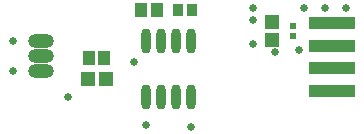
<source format=gts>
G04*
G04 #@! TF.GenerationSoftware,Altium Limited,Altium Designer,20.1.14 (287)*
G04*
G04 Layer_Color=8388736*
%FSLAX25Y25*%
%MOIN*%
G70*
G04*
G04 #@! TF.SameCoordinates,1BDC85E0-9E64-418B-9CD7-3ABB073E6672*
G04*
G04*
G04 #@! TF.FilePolarity,Negative*
G04*
G01*
G75*
%ADD20R,0.02047X0.02047*%
%ADD23O,0.08674X0.04737*%
%ADD24O,0.08674X0.04737*%
%ADD25R,0.15800X0.04300*%
%ADD26O,0.03162X0.08280*%
%ADD27R,0.03950X0.04540*%
%ADD28R,0.03556X0.04147*%
%ADD29R,0.04737X0.04934*%
%ADD30R,0.04934X0.04737*%
%ADD31C,0.02600*%
D20*
X377000Y295406D02*
D03*
Y298555D02*
D03*
D23*
X293000Y283500D02*
D03*
D24*
Y288500D02*
D03*
Y293500D02*
D03*
D25*
X390000Y299500D02*
D03*
Y292000D02*
D03*
Y284500D02*
D03*
Y277000D02*
D03*
D26*
X328000Y275000D02*
D03*
X333000D02*
D03*
X338000D02*
D03*
X343000D02*
D03*
X328000Y293504D02*
D03*
X333000D02*
D03*
X338000D02*
D03*
X343000D02*
D03*
D27*
X326441Y304000D02*
D03*
X331559D02*
D03*
X314000Y288000D02*
D03*
X308882D02*
D03*
D28*
X338736Y304000D02*
D03*
X343264D02*
D03*
D29*
X370000Y299905D02*
D03*
Y294000D02*
D03*
D30*
X314500Y281000D02*
D03*
X308594D02*
D03*
D31*
X371000Y290000D02*
D03*
X379000Y290500D02*
D03*
X363500Y304500D02*
D03*
X380500D02*
D03*
X387500D02*
D03*
X394500D02*
D03*
X343000Y265000D02*
D03*
X363500Y300500D02*
D03*
Y292500D02*
D03*
X324000Y286500D02*
D03*
X328000Y265500D02*
D03*
X302000Y275000D02*
D03*
X283500Y283500D02*
D03*
Y293500D02*
D03*
M02*

</source>
